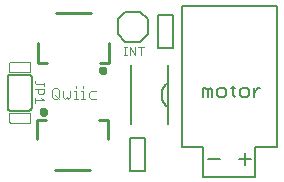
<source format=gbr>
G04 EAGLE Gerber RS-274X export*
G75*
%MOMM*%
%FSLAX34Y34*%
%LPD*%
%AMOC8*
5,1,8,0,0,1.08239X$1,22.5*%
G01*
%ADD10C,0.127000*%
%ADD11C,0.101600*%
%ADD12C,0.177800*%
%ADD13C,0.076200*%
%ADD14C,0.400000*%
%ADD15C,0.254000*%
%ADD16C,0.152400*%
%ADD17C,0.200000*%


D10*
X230723Y67587D02*
X230723Y75214D01*
X232630Y75214D01*
X234536Y73307D01*
X234536Y67587D01*
X234536Y73307D02*
X236443Y75214D01*
X238350Y73307D01*
X238350Y67587D01*
X244324Y67587D02*
X248137Y67587D01*
X250043Y69494D01*
X250043Y73307D01*
X248137Y75214D01*
X244324Y75214D01*
X242417Y73307D01*
X242417Y69494D01*
X244324Y67587D01*
X256018Y69494D02*
X256018Y77120D01*
X256018Y69494D02*
X257924Y67587D01*
X257924Y75214D02*
X254111Y75214D01*
X263814Y67587D02*
X267627Y67587D01*
X269533Y69494D01*
X269533Y73307D01*
X267627Y75214D01*
X263814Y75214D01*
X261907Y73307D01*
X261907Y69494D01*
X263814Y67587D01*
X273601Y67587D02*
X273601Y75214D01*
X277414Y75214D02*
X273601Y71400D01*
X277414Y75214D02*
X279321Y75214D01*
D11*
X102694Y73961D02*
X102694Y67859D01*
X102694Y73961D02*
X104219Y75486D01*
X107270Y75486D01*
X108795Y73961D01*
X108795Y67859D01*
X107270Y66334D01*
X104219Y66334D01*
X102694Y67859D01*
X105745Y69385D02*
X108795Y66334D01*
X112049Y67859D02*
X112049Y72435D01*
X112049Y67859D02*
X113574Y66334D01*
X115100Y67859D01*
X116625Y66334D01*
X118150Y67859D01*
X118150Y72435D01*
X121404Y72435D02*
X122930Y72435D01*
X122930Y66334D01*
X124455Y66334D02*
X121404Y66334D01*
X122930Y75486D02*
X122930Y77011D01*
X127641Y72435D02*
X129166Y72435D01*
X129166Y66334D01*
X127641Y66334D02*
X130692Y66334D01*
X129166Y75486D02*
X129166Y77011D01*
X135403Y72435D02*
X139979Y72435D01*
X135403Y72435D02*
X133878Y70910D01*
X133878Y67859D01*
X135403Y66334D01*
X139979Y66334D01*
D12*
X260953Y14995D02*
X271630Y14995D01*
X266292Y20333D02*
X266292Y9656D01*
X245310Y14995D02*
X234633Y14995D01*
D13*
X89494Y82169D02*
X88265Y80940D01*
X88265Y79712D01*
X89494Y78483D01*
X95637Y78483D01*
X95637Y79712D02*
X95637Y77254D01*
X95637Y74685D02*
X88265Y74685D01*
X95637Y74685D02*
X95637Y70999D01*
X94409Y69770D01*
X91951Y69770D01*
X90722Y70999D01*
X90722Y74685D01*
X93180Y67201D02*
X95637Y64743D01*
X88265Y64743D01*
X88265Y62286D02*
X88265Y67201D01*
X163449Y102997D02*
X165906Y102997D01*
X164678Y102997D02*
X164678Y110369D01*
X165906Y110369D02*
X163449Y110369D01*
X168438Y110369D02*
X168438Y102997D01*
X173353Y102997D02*
X168438Y110369D01*
X173353Y110369D02*
X173353Y102997D01*
X178380Y102997D02*
X178380Y110369D01*
X175923Y110369D02*
X180837Y110369D01*
D10*
X169216Y32950D02*
X169216Y5010D01*
X169216Y32950D02*
X181916Y32950D01*
X181916Y5010D01*
X169216Y5010D01*
X205090Y109014D02*
X205090Y136954D01*
X205090Y109014D02*
X192390Y109014D01*
X192390Y136954D01*
X205090Y136954D01*
D14*
X93946Y55000D02*
X93948Y55075D01*
X93954Y55149D01*
X93964Y55223D01*
X93977Y55296D01*
X93995Y55369D01*
X94016Y55440D01*
X94041Y55511D01*
X94070Y55580D01*
X94103Y55647D01*
X94139Y55712D01*
X94178Y55776D01*
X94220Y55837D01*
X94266Y55896D01*
X94315Y55953D01*
X94367Y56006D01*
X94421Y56057D01*
X94478Y56106D01*
X94538Y56150D01*
X94600Y56192D01*
X94664Y56231D01*
X94730Y56266D01*
X94797Y56297D01*
X94867Y56325D01*
X94937Y56349D01*
X95009Y56370D01*
X95082Y56386D01*
X95155Y56399D01*
X95230Y56408D01*
X95304Y56413D01*
X95379Y56414D01*
X95453Y56411D01*
X95528Y56404D01*
X95601Y56393D01*
X95675Y56379D01*
X95747Y56360D01*
X95818Y56338D01*
X95888Y56312D01*
X95957Y56282D01*
X96023Y56249D01*
X96088Y56212D01*
X96151Y56172D01*
X96212Y56128D01*
X96270Y56082D01*
X96326Y56032D01*
X96379Y55980D01*
X96430Y55925D01*
X96477Y55867D01*
X96521Y55807D01*
X96562Y55744D01*
X96600Y55680D01*
X96634Y55614D01*
X96665Y55545D01*
X96692Y55476D01*
X96715Y55405D01*
X96734Y55333D01*
X96750Y55260D01*
X96762Y55186D01*
X96770Y55112D01*
X96774Y55037D01*
X96774Y54963D01*
X96770Y54888D01*
X96762Y54814D01*
X96750Y54740D01*
X96734Y54667D01*
X96715Y54595D01*
X96692Y54524D01*
X96665Y54455D01*
X96634Y54386D01*
X96600Y54320D01*
X96562Y54256D01*
X96521Y54193D01*
X96477Y54133D01*
X96430Y54075D01*
X96379Y54020D01*
X96326Y53968D01*
X96270Y53918D01*
X96212Y53872D01*
X96151Y53828D01*
X96088Y53788D01*
X96023Y53751D01*
X95957Y53718D01*
X95888Y53688D01*
X95818Y53662D01*
X95747Y53640D01*
X95675Y53621D01*
X95601Y53607D01*
X95528Y53596D01*
X95453Y53589D01*
X95379Y53586D01*
X95304Y53587D01*
X95230Y53592D01*
X95155Y53601D01*
X95082Y53614D01*
X95009Y53630D01*
X94937Y53651D01*
X94867Y53675D01*
X94797Y53703D01*
X94730Y53734D01*
X94664Y53769D01*
X94600Y53808D01*
X94538Y53850D01*
X94478Y53894D01*
X94421Y53943D01*
X94367Y53994D01*
X94315Y54047D01*
X94266Y54104D01*
X94220Y54163D01*
X94178Y54224D01*
X94139Y54288D01*
X94103Y54353D01*
X94070Y54420D01*
X94041Y54489D01*
X94016Y54560D01*
X93995Y54631D01*
X93977Y54704D01*
X93964Y54777D01*
X93954Y54851D01*
X93948Y54925D01*
X93946Y55000D01*
D15*
X105360Y6000D02*
X135360Y6000D01*
X90360Y32000D02*
X90360Y48500D01*
X142860Y48500D02*
X150360Y48500D01*
X150360Y32000D01*
X97860Y48500D02*
X90360Y48500D01*
D14*
X144406Y90100D02*
X144408Y90175D01*
X144414Y90249D01*
X144424Y90323D01*
X144437Y90396D01*
X144455Y90469D01*
X144476Y90540D01*
X144501Y90611D01*
X144530Y90680D01*
X144563Y90747D01*
X144599Y90812D01*
X144638Y90876D01*
X144680Y90937D01*
X144726Y90996D01*
X144775Y91053D01*
X144827Y91106D01*
X144881Y91157D01*
X144938Y91206D01*
X144998Y91250D01*
X145060Y91292D01*
X145124Y91331D01*
X145190Y91366D01*
X145257Y91397D01*
X145327Y91425D01*
X145397Y91449D01*
X145469Y91470D01*
X145542Y91486D01*
X145615Y91499D01*
X145690Y91508D01*
X145764Y91513D01*
X145839Y91514D01*
X145913Y91511D01*
X145988Y91504D01*
X146061Y91493D01*
X146135Y91479D01*
X146207Y91460D01*
X146278Y91438D01*
X146348Y91412D01*
X146417Y91382D01*
X146483Y91349D01*
X146548Y91312D01*
X146611Y91272D01*
X146672Y91228D01*
X146730Y91182D01*
X146786Y91132D01*
X146839Y91080D01*
X146890Y91025D01*
X146937Y90967D01*
X146981Y90907D01*
X147022Y90844D01*
X147060Y90780D01*
X147094Y90714D01*
X147125Y90645D01*
X147152Y90576D01*
X147175Y90505D01*
X147194Y90433D01*
X147210Y90360D01*
X147222Y90286D01*
X147230Y90212D01*
X147234Y90137D01*
X147234Y90063D01*
X147230Y89988D01*
X147222Y89914D01*
X147210Y89840D01*
X147194Y89767D01*
X147175Y89695D01*
X147152Y89624D01*
X147125Y89555D01*
X147094Y89486D01*
X147060Y89420D01*
X147022Y89356D01*
X146981Y89293D01*
X146937Y89233D01*
X146890Y89175D01*
X146839Y89120D01*
X146786Y89068D01*
X146730Y89018D01*
X146672Y88972D01*
X146611Y88928D01*
X146548Y88888D01*
X146483Y88851D01*
X146417Y88818D01*
X146348Y88788D01*
X146278Y88762D01*
X146207Y88740D01*
X146135Y88721D01*
X146061Y88707D01*
X145988Y88696D01*
X145913Y88689D01*
X145839Y88686D01*
X145764Y88687D01*
X145690Y88692D01*
X145615Y88701D01*
X145542Y88714D01*
X145469Y88730D01*
X145397Y88751D01*
X145327Y88775D01*
X145257Y88803D01*
X145190Y88834D01*
X145124Y88869D01*
X145060Y88908D01*
X144998Y88950D01*
X144938Y88994D01*
X144881Y89043D01*
X144827Y89094D01*
X144775Y89147D01*
X144726Y89204D01*
X144680Y89263D01*
X144638Y89324D01*
X144599Y89388D01*
X144563Y89453D01*
X144530Y89520D01*
X144501Y89589D01*
X144476Y89660D01*
X144455Y89731D01*
X144437Y89804D01*
X144424Y89877D01*
X144414Y89951D01*
X144408Y90025D01*
X144406Y90100D01*
D15*
X135820Y139100D02*
X105820Y139100D01*
X150820Y113100D02*
X150820Y96600D01*
X98320Y96600D02*
X90820Y96600D01*
X90820Y113100D01*
X143320Y96600D02*
X150820Y96600D01*
D16*
X85590Y84118D02*
X85590Y58718D01*
X65270Y84118D02*
X65272Y84218D01*
X65278Y84317D01*
X65288Y84417D01*
X65301Y84515D01*
X65319Y84614D01*
X65340Y84711D01*
X65365Y84807D01*
X65394Y84903D01*
X65427Y84997D01*
X65463Y85090D01*
X65503Y85181D01*
X65547Y85271D01*
X65594Y85359D01*
X65644Y85445D01*
X65698Y85529D01*
X65755Y85611D01*
X65815Y85690D01*
X65879Y85768D01*
X65945Y85842D01*
X66014Y85914D01*
X66086Y85983D01*
X66160Y86049D01*
X66238Y86113D01*
X66317Y86173D01*
X66399Y86230D01*
X66483Y86284D01*
X66569Y86334D01*
X66657Y86381D01*
X66747Y86425D01*
X66838Y86465D01*
X66931Y86501D01*
X67025Y86534D01*
X67121Y86563D01*
X67217Y86588D01*
X67314Y86609D01*
X67413Y86627D01*
X67511Y86640D01*
X67611Y86650D01*
X67710Y86656D01*
X67810Y86658D01*
X65270Y58718D02*
X65272Y58618D01*
X65278Y58519D01*
X65288Y58419D01*
X65301Y58321D01*
X65319Y58222D01*
X65340Y58125D01*
X65365Y58029D01*
X65394Y57933D01*
X65427Y57839D01*
X65463Y57746D01*
X65503Y57655D01*
X65547Y57565D01*
X65594Y57477D01*
X65644Y57391D01*
X65698Y57307D01*
X65755Y57225D01*
X65815Y57146D01*
X65879Y57068D01*
X65945Y56994D01*
X66014Y56922D01*
X66086Y56853D01*
X66160Y56787D01*
X66238Y56723D01*
X66317Y56663D01*
X66399Y56606D01*
X66483Y56552D01*
X66569Y56502D01*
X66657Y56455D01*
X66747Y56411D01*
X66838Y56371D01*
X66931Y56335D01*
X67025Y56302D01*
X67121Y56273D01*
X67217Y56248D01*
X67314Y56227D01*
X67413Y56209D01*
X67511Y56196D01*
X67611Y56186D01*
X67710Y56180D01*
X67810Y56178D01*
X83050Y56178D02*
X83150Y56180D01*
X83249Y56186D01*
X83349Y56196D01*
X83447Y56209D01*
X83546Y56227D01*
X83643Y56248D01*
X83739Y56273D01*
X83835Y56302D01*
X83929Y56335D01*
X84022Y56371D01*
X84113Y56411D01*
X84203Y56455D01*
X84291Y56502D01*
X84377Y56552D01*
X84461Y56606D01*
X84543Y56663D01*
X84622Y56723D01*
X84700Y56787D01*
X84774Y56853D01*
X84846Y56922D01*
X84915Y56994D01*
X84981Y57068D01*
X85045Y57146D01*
X85105Y57225D01*
X85162Y57307D01*
X85216Y57391D01*
X85266Y57477D01*
X85313Y57565D01*
X85357Y57655D01*
X85397Y57746D01*
X85433Y57839D01*
X85466Y57933D01*
X85495Y58029D01*
X85520Y58125D01*
X85541Y58222D01*
X85559Y58321D01*
X85572Y58419D01*
X85582Y58519D01*
X85588Y58618D01*
X85590Y58718D01*
X85590Y84118D02*
X85588Y84218D01*
X85582Y84317D01*
X85572Y84417D01*
X85559Y84515D01*
X85541Y84614D01*
X85520Y84711D01*
X85495Y84807D01*
X85466Y84903D01*
X85433Y84997D01*
X85397Y85090D01*
X85357Y85181D01*
X85313Y85271D01*
X85266Y85359D01*
X85216Y85445D01*
X85162Y85529D01*
X85105Y85611D01*
X85045Y85690D01*
X84981Y85768D01*
X84915Y85842D01*
X84846Y85914D01*
X84774Y85983D01*
X84700Y86049D01*
X84622Y86113D01*
X84543Y86173D01*
X84461Y86230D01*
X84377Y86284D01*
X84291Y86334D01*
X84203Y86381D01*
X84113Y86425D01*
X84022Y86465D01*
X83929Y86501D01*
X83835Y86534D01*
X83739Y86563D01*
X83643Y86588D01*
X83546Y86609D01*
X83447Y86627D01*
X83349Y86640D01*
X83249Y86650D01*
X83150Y86656D01*
X83050Y86658D01*
X67810Y86658D01*
X67810Y56178D02*
X83050Y56178D01*
X65270Y58718D02*
X65270Y84118D01*
D13*
X83050Y97309D02*
X83119Y97307D01*
X83187Y97302D01*
X83255Y97292D01*
X83323Y97279D01*
X83390Y97263D01*
X83456Y97243D01*
X83520Y97219D01*
X83583Y97192D01*
X83645Y97161D01*
X83705Y97127D01*
X83763Y97090D01*
X83819Y97050D01*
X83872Y97007D01*
X83923Y96961D01*
X83972Y96912D01*
X84018Y96861D01*
X84061Y96808D01*
X84101Y96752D01*
X84138Y96694D01*
X84172Y96634D01*
X84203Y96572D01*
X84230Y96509D01*
X84254Y96445D01*
X84274Y96379D01*
X84290Y96312D01*
X84303Y96244D01*
X84313Y96176D01*
X84318Y96108D01*
X84320Y96039D01*
X84320Y89689D01*
X84318Y89620D01*
X84313Y89552D01*
X84303Y89484D01*
X84290Y89416D01*
X84274Y89349D01*
X84254Y89283D01*
X84230Y89219D01*
X84203Y89156D01*
X84172Y89094D01*
X84138Y89034D01*
X84101Y88976D01*
X84061Y88920D01*
X84018Y88867D01*
X83972Y88816D01*
X83923Y88767D01*
X83872Y88721D01*
X83819Y88678D01*
X83763Y88638D01*
X83705Y88601D01*
X83645Y88567D01*
X83583Y88536D01*
X83520Y88509D01*
X83456Y88485D01*
X83390Y88465D01*
X83323Y88449D01*
X83255Y88436D01*
X83187Y88426D01*
X83119Y88421D01*
X83050Y88419D01*
X67810Y88419D01*
X67741Y88421D01*
X67673Y88426D01*
X67605Y88436D01*
X67537Y88449D01*
X67470Y88465D01*
X67404Y88485D01*
X67340Y88509D01*
X67277Y88536D01*
X67215Y88567D01*
X67155Y88601D01*
X67097Y88638D01*
X67041Y88678D01*
X66988Y88721D01*
X66937Y88767D01*
X66888Y88816D01*
X66842Y88867D01*
X66799Y88920D01*
X66759Y88976D01*
X66722Y89034D01*
X66688Y89094D01*
X66657Y89156D01*
X66630Y89219D01*
X66606Y89283D01*
X66586Y89349D01*
X66570Y89416D01*
X66557Y89484D01*
X66547Y89552D01*
X66542Y89620D01*
X66540Y89689D01*
X66540Y96039D01*
X66542Y96108D01*
X66547Y96176D01*
X66557Y96244D01*
X66570Y96312D01*
X66586Y96379D01*
X66606Y96445D01*
X66630Y96509D01*
X66657Y96572D01*
X66688Y96634D01*
X66722Y96694D01*
X66759Y96752D01*
X66799Y96808D01*
X66842Y96861D01*
X66888Y96912D01*
X66937Y96961D01*
X66988Y97007D01*
X67041Y97050D01*
X67097Y97090D01*
X67155Y97127D01*
X67215Y97161D01*
X67277Y97192D01*
X67340Y97219D01*
X67404Y97243D01*
X67470Y97263D01*
X67537Y97279D01*
X67605Y97292D01*
X67673Y97302D01*
X67741Y97307D01*
X67810Y97309D01*
X83050Y97309D01*
X83120Y54403D02*
X83189Y54401D01*
X83257Y54396D01*
X83325Y54386D01*
X83393Y54373D01*
X83460Y54357D01*
X83526Y54337D01*
X83590Y54313D01*
X83653Y54286D01*
X83715Y54255D01*
X83775Y54221D01*
X83833Y54184D01*
X83889Y54144D01*
X83942Y54101D01*
X83993Y54055D01*
X84042Y54006D01*
X84088Y53955D01*
X84131Y53902D01*
X84171Y53846D01*
X84208Y53788D01*
X84242Y53728D01*
X84273Y53666D01*
X84300Y53603D01*
X84324Y53539D01*
X84344Y53473D01*
X84360Y53406D01*
X84373Y53338D01*
X84383Y53270D01*
X84388Y53202D01*
X84390Y53133D01*
X84390Y46783D01*
X84388Y46714D01*
X84383Y46646D01*
X84373Y46578D01*
X84360Y46510D01*
X84344Y46443D01*
X84324Y46377D01*
X84300Y46313D01*
X84273Y46250D01*
X84242Y46188D01*
X84208Y46128D01*
X84171Y46070D01*
X84131Y46014D01*
X84088Y45961D01*
X84042Y45910D01*
X83993Y45861D01*
X83942Y45815D01*
X83889Y45772D01*
X83833Y45732D01*
X83775Y45695D01*
X83715Y45661D01*
X83653Y45630D01*
X83590Y45603D01*
X83526Y45579D01*
X83460Y45559D01*
X83393Y45543D01*
X83325Y45530D01*
X83257Y45520D01*
X83189Y45515D01*
X83120Y45513D01*
X67880Y45513D01*
X67811Y45515D01*
X67743Y45520D01*
X67675Y45530D01*
X67607Y45543D01*
X67540Y45559D01*
X67474Y45579D01*
X67410Y45603D01*
X67347Y45630D01*
X67285Y45661D01*
X67225Y45695D01*
X67167Y45732D01*
X67111Y45772D01*
X67058Y45815D01*
X67007Y45861D01*
X66958Y45910D01*
X66912Y45961D01*
X66869Y46014D01*
X66829Y46070D01*
X66792Y46128D01*
X66758Y46188D01*
X66727Y46250D01*
X66700Y46313D01*
X66676Y46377D01*
X66656Y46443D01*
X66640Y46510D01*
X66627Y46578D01*
X66617Y46646D01*
X66612Y46714D01*
X66610Y46783D01*
X66610Y53133D01*
X66612Y53202D01*
X66617Y53270D01*
X66627Y53338D01*
X66640Y53406D01*
X66656Y53473D01*
X66676Y53539D01*
X66700Y53603D01*
X66727Y53666D01*
X66758Y53728D01*
X66792Y53788D01*
X66829Y53846D01*
X66869Y53902D01*
X66912Y53955D01*
X66958Y54006D01*
X67007Y54055D01*
X67058Y54101D01*
X67111Y54144D01*
X67167Y54184D01*
X67225Y54221D01*
X67285Y54255D01*
X67347Y54286D01*
X67410Y54313D01*
X67474Y54337D01*
X67540Y54357D01*
X67607Y54373D01*
X67675Y54386D01*
X67743Y54396D01*
X67811Y54401D01*
X67880Y54403D01*
X83120Y54403D01*
D17*
X170056Y44640D02*
X170056Y94640D01*
X201056Y94640D02*
X201056Y44640D01*
X200556Y59640D02*
X200314Y59826D01*
X200077Y60018D01*
X199845Y60215D01*
X199617Y60419D01*
X199395Y60627D01*
X199177Y60841D01*
X198965Y61060D01*
X198759Y61285D01*
X198558Y61514D01*
X198362Y61748D01*
X198172Y61987D01*
X197989Y62231D01*
X197811Y62479D01*
X197639Y62731D01*
X197474Y62987D01*
X197314Y63247D01*
X197162Y63511D01*
X197015Y63779D01*
X196876Y64050D01*
X196743Y64324D01*
X196616Y64602D01*
X196497Y64883D01*
X196384Y65166D01*
X196278Y65452D01*
X196180Y65741D01*
X196088Y66032D01*
X196004Y66325D01*
X195926Y66620D01*
X195856Y66917D01*
X195793Y67215D01*
X195738Y67515D01*
X195690Y67816D01*
X195649Y68119D01*
X195616Y68422D01*
X195589Y68726D01*
X195571Y69030D01*
X195560Y69335D01*
X195556Y69640D01*
X195560Y69945D01*
X195571Y70250D01*
X195589Y70554D01*
X195616Y70858D01*
X195649Y71161D01*
X195690Y71464D01*
X195738Y71765D01*
X195793Y72065D01*
X195856Y72363D01*
X195926Y72660D01*
X196004Y72955D01*
X196088Y73248D01*
X196180Y73539D01*
X196278Y73828D01*
X196384Y74114D01*
X196497Y74397D01*
X196616Y74678D01*
X196743Y74956D01*
X196876Y75230D01*
X197015Y75501D01*
X197162Y75769D01*
X197314Y76033D01*
X197474Y76293D01*
X197639Y76549D01*
X197811Y76801D01*
X197989Y77049D01*
X198172Y77293D01*
X198362Y77532D01*
X198558Y77766D01*
X198759Y77995D01*
X198965Y78220D01*
X199177Y78439D01*
X199395Y78653D01*
X199617Y78861D01*
X199845Y79065D01*
X200077Y79262D01*
X200314Y79454D01*
X200556Y79640D01*
D16*
X177388Y139738D02*
X164688Y139738D01*
X177388Y139738D02*
X183738Y133388D01*
X183738Y120688D01*
X177388Y114338D01*
X158338Y120688D02*
X158338Y133388D01*
X164688Y139738D01*
X158338Y120688D02*
X164688Y114338D01*
X177388Y114338D01*
X231000Y100D02*
X275000Y100D01*
X231000Y100D02*
X231000Y25100D01*
X213000Y25100D01*
X213000Y145100D01*
X293000Y145100D01*
X293000Y25100D01*
X275000Y25100D01*
X275000Y100D01*
M02*

</source>
